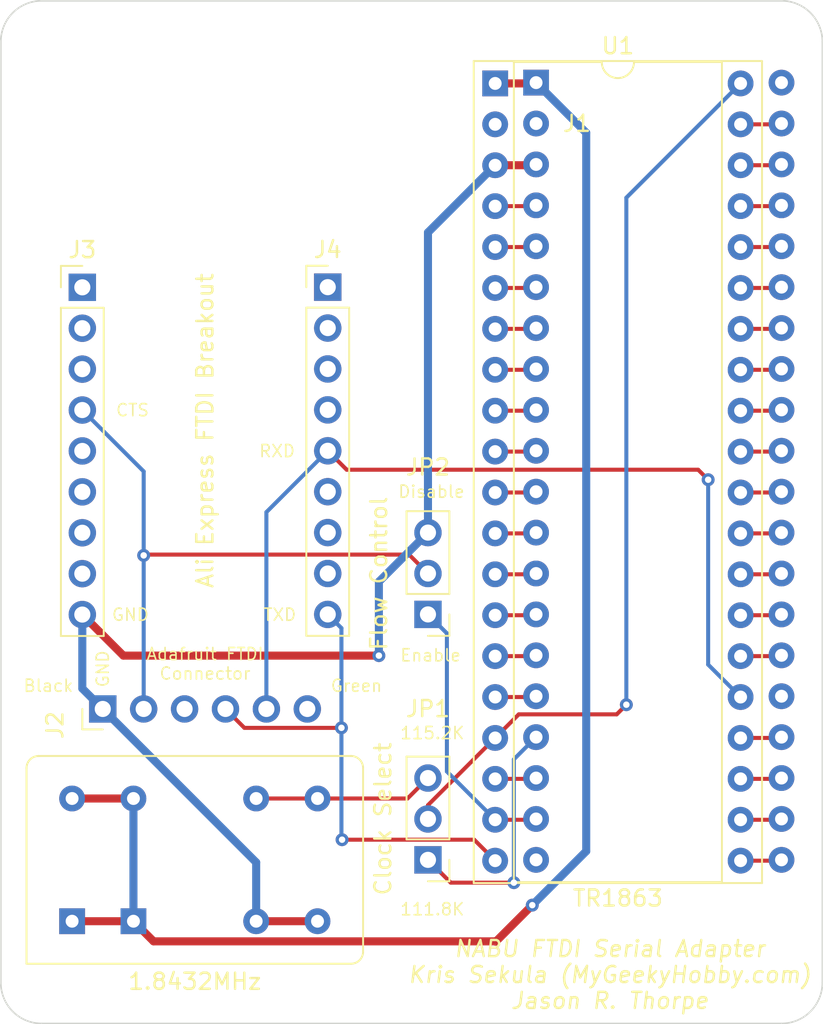
<source format=kicad_pcb>
(kicad_pcb (version 20211014) (generator pcbnew)
  (title_block (title "NABU FTDI Serial Adapter") (date "2023-02-12") (rev "1.0") (company "Jason R. Thorpe, based on work from MyGeekyHobby.com"))
  (layers (0 "F.Cu" signal) (31 "B.Cu" signal) (34 "B.Paste" user) (35 "F.Paste" user) (36 "B.SilkS" user "B.Silkscreen") (37 "F.SilkS" user "F.Silkscreen") (38 "B.Mask" user) (39 "F.Mask" user) (44 "Edge.Cuts" user))
  (net 0 "")
  (net 1 "/VCC")
  (net 3 "/VSS")
  (net 4 "/RRD")
  (net 5 "/RR8")
  (net 6 "/RR7")
  (net 7 "/RR6")
  (net 8 "/RR5")
  (net 9 "/RR4")
  (net 10 "/RR3")
  (net 11 "/RR2")
  (net 12 "/RR1")
  (net 13 "/PE")
  (net 14 "/FE")
  (net 15 "/OE")
  (net 16 "/SFD")
  (net 17 "Net-(J1-Pad17)")
  (net 18 "/~DRR")
  (net 19 "/DR")
  (net 21 "/MR")
  (net 22 "/THRE")
  (net 23 "/~THRL")
  (net 24 "/TRE")
  (net 26 "/TR1")
  (net 27 "/TR2")
  (net 28 "/TR3")
  (net 29 "/TR4")
  (net 30 "/TR5")
  (net 31 "/TR6")
  (net 32 "/TR7")
  (net 33 "/TR8")
  (net 34 "/CRL")
  (net 35 "/PI")
  (net 36 "/SBS")
  (net 37 "/WLS1")
  (net 38 "/WLS2")
  (net 39 "/EPE")
  (net 41 "/~FTDI_CTS")
  (net 43 "/FTDI_TX")
  (net 44 "/FTDI_RX")
  (net 60 "Net-(U1-Pad17)")
  (net 61 "Net-(JP1-Pad3)")
  (footprint "Connector_PinHeader_2.54mm:PinHeader_1x09_P2.54mm_Vertical" (layer "F.Cu") (at 130.048 71.873949)
    (fp_text reference "J3" (at 0 -2.33) (layer "F.SilkS"))
    (fp_text value "Ali Express FTDI breakout left" hide)
    (fp_line (start -1.33 21.65) (end 1.33 21.65) (layer "F.SilkS") (width 0.12))
    (fp_line (start -1.33 -1.33) (end 0 -1.33) (layer "F.SilkS") (width 0.12))
    (fp_line (start -1.33 0) (end -1.33 -1.33) (layer "F.SilkS") (width 0.12))
    (fp_line (start -1.33 1.27) (end -1.33 21.65) (layer "F.SilkS") (width 0.12))
    (fp_line (start -1.33 1.27) (end 1.33 1.27) (layer "F.SilkS") (width 0.12))
    (fp_line (start 1.33 1.27) (end 1.33 21.65) (layer "F.SilkS") (width 0.12))
    (pad "1" thru_hole rect (at 0 0) (size 1.7 1.7) (drill 1) (layers *.Cu *.Mask))
    (pad "2" thru_hole oval (at 0 2.54) (size 1.7 1.7) (drill 1) (layers *.Cu *.Mask))
    (pad "3" thru_hole oval (at 0 5.08) (size 1.7 1.7) (drill 1) (layers *.Cu *.Mask))
    (pad "4" thru_hole oval (at 0 7.62) (size 1.7 1.7) (drill 1) (layers *.Cu *.Mask) (net 41 "/~FTDI_CTS"))
    (pad "5" thru_hole oval (at 0 10.16) (size 1.7 1.7) (drill 1) (layers *.Cu *.Mask))
    (pad "6" thru_hole oval (at 0 12.7) (size 1.7 1.7) (drill 1) (layers *.Cu *.Mask))
    (pad "7" thru_hole oval (at 0 15.24) (size 1.7 1.7) (drill 1) (layers *.Cu *.Mask))
    (pad "8" thru_hole oval (at 0 17.78) (size 1.7 1.7) (drill 1) (layers *.Cu *.Mask))
    (pad "9" thru_hole oval (at 0 20.32) (size 1.7 1.7) (drill 1) (layers *.Cu *.Mask) (net 3 "/VSS"))
  )
  (footprint "Connector_PinHeader_2.54mm:PinHeader_1x03_P2.54mm_Vertical" (layer "F.Cu") (at 151.511 92.183949 180)
    (fp_text reference "JP2" (at 0 9.144) (layer "F.SilkS"))
    (fp_text value "Flow Control" (at 3.048 2.54 90) (layer "F.SilkS"))
    (fp_line (start -1.33 -1.33) (end 0 -1.33) (layer "F.SilkS") (width 0.12))
    (fp_line (start -1.33 1.27) (end -1.33 6.41) (layer "F.SilkS") (width 0.12))
    (fp_line (start -1.33 1.27) (end 1.33 1.27) (layer "F.SilkS") (width 0.12))
    (fp_line (start 1.33 1.27) (end 1.33 6.41) (layer "F.SilkS") (width 0.12))
    (fp_line (start -1.33 6.41) (end 1.33 6.41) (layer "F.SilkS") (width 0.12))
    (fp_line (start -1.33 0) (end -1.33 -1.33) (layer "F.SilkS") (width 0.12))
    (pad "1" thru_hole rect (at 0 0 180) (size 1.7 1.7) (drill 1) (layers *.Cu *.Mask) (net 19 "/DR"))
    (pad "2" thru_hole oval (at 0 2.54 180) (size 1.7 1.7) (drill 1) (layers *.Cu *.Mask) (net 41 "/~FTDI_CTS"))
    (pad "3" thru_hole oval (at 0 5.08 180) (size 1.7 1.7) (drill 1) (layers *.Cu *.Mask) (net 3 "/VSS"))
  )
  (footprint "Package_DIP:DIP-40_W15.24mm_Socket" (layer "F.Cu") (at 155.683949 59.213949)
    (fp_text reference "U1" (at 7.62 -2.33) (layer "F.SilkS"))
    (fp_text value "TR1863" (at 7.62 50.59) (layer "F.SilkS"))
    (fp_line (start 16.57 49.65) (end 16.57 -1.39) (layer "F.SilkS") (width 0.12))
    (fp_line (start -1.33 49.65) (end 16.57 49.65) (layer "F.SilkS") (width 0.12))
    (fp_line (start 16.57 -1.39) (end -1.33 -1.39) (layer "F.SilkS") (width 0.12))
    (fp_line (start 14.08 49.59) (end 14.08 -1.33) (layer "F.SilkS") (width 0.12))
    (fp_line (start 6.62 -1.33) (end 1.16 -1.33) (layer "F.SilkS") (width 0.12))
    (fp_line (start 14.08 -1.33) (end 8.62 -1.33) (layer "F.SilkS") (width 0.12))
    (fp_line (start 1.16 -1.33) (end 1.16 49.59) (layer "F.SilkS") (width 0.12))
    (fp_line (start 1.16 49.59) (end 14.08 49.59) (layer "F.SilkS") (width 0.12))
    (fp_line (start -1.33 -1.39) (end -1.33 49.65) (layer "F.SilkS") (width 0.12))
    (fp_arc (start 8.62 -1.33) (mid 7.62 -0.33) (end 6.62 -1.33) (layer "F.SilkS") (width 0.12))
    (pad "1" thru_hole rect (at 0 0) (size 1.6 1.6) (drill 0.8) (layers *.Cu *.Mask) (net 1 "/VCC"))
    (pad "2" thru_hole oval (at 0 2.54) (size 1.6 1.6) (drill 0.8) (layers *.Cu *.Mask))
    (pad "3" thru_hole oval (at 0 5.08) (size 1.6 1.6) (drill 0.8) (layers *.Cu *.Mask) (net 3 "/VSS"))
    (pad "4" thru_hole oval (at 0 7.62) (size 1.6 1.6) (drill 0.8) (layers *.Cu *.Mask) (net 4 "/RRD"))
    (pad "5" thru_hole oval (at 0 10.16) (size 1.6 1.6) (drill 0.8) (layers *.Cu *.Mask) (net 5 "/RR8"))
    (pad "6" thru_hole oval (at 0 12.7) (size 1.6 1.6) (drill 0.8) (layers *.Cu *.Mask) (net 6 "/RR7"))
    (pad "7" thru_hole oval (at 0 15.24) (size 1.6 1.6) (drill 0.8) (layers *.Cu *.Mask) (net 7 "/RR6"))
    (pad "8" thru_hole oval (at 0 17.78) (size 1.6 1.6) (drill 0.8) (layers *.Cu *.Mask) (net 8 "/RR5"))
    (pad "9" thru_hole oval (at 0 20.32) (size 1.6 1.6) (drill 0.8) (layers *.Cu *.Mask) (net 9 "/RR4"))
    (pad "10" thru_hole oval (at 0 22.86) (size 1.6 1.6) (drill 0.8) (layers *.Cu *.Mask) (net 10 "/RR3"))
    (pad "11" thru_hole oval (at 0 25.4) (size 1.6 1.6) (drill 0.8) (layers *.Cu *.Mask) (net 11 "/RR2"))
    (pad "12" thru_hole oval (at 0 27.94) (size 1.6 1.6) (drill 0.8) (layers *.Cu *.Mask) (net 12 "/RR1"))
    (pad "13" thru_hole oval (at 0 30.48) (size 1.6 1.6) (drill 0.8) (layers *.Cu *.Mask) (net 13 "/PE"))
    (pad "14" thru_hole oval (at 0 33.02) (size 1.6 1.6) (drill 0.8) (layers *.Cu *.Mask) (net 14 "/FE"))
    (pad "15" thru_hole oval (at 0 35.56) (size 1.6 1.6) (drill 0.8) (layers *.Cu *.Mask) (net 15 "/OE"))
    (pad "16" thru_hole oval (at 0 38.1) (size 1.6 1.6) (drill 0.8) (layers *.Cu *.Mask) (net 16 "/SFD"))
    (pad "17" thru_hole oval (at 0 40.64) (size 1.6 1.6) (drill 0.8) (layers *.Cu *.Mask) (net 60 "Net-(U1-Pad17)"))
    (pad "18" thru_hole oval (at 0 43.18) (size 1.6 1.6) (drill 0.8) (layers *.Cu *.Mask) (net 18 "/~DRR"))
    (pad "19" thru_hole oval (at 0 45.72) (size 1.6 1.6) (drill 0.8) (layers *.Cu *.Mask) (net 19 "/DR"))
    (pad "20" thru_hole oval (at 0 48.26) (size 1.6 1.6) (drill 0.8) (layers *.Cu *.Mask) (net 43 "/FTDI_TX"))
    (pad "21" thru_hole oval (at 15.24 48.26) (size 1.6 1.6) (drill 0.8) (layers *.Cu *.Mask) (net 21 "/MR"))
    (pad "22" thru_hole oval (at 15.24 45.72) (size 1.6 1.6) (drill 0.8) (layers *.Cu *.Mask) (net 22 "/THRE"))
    (pad "23" thru_hole oval (at 15.24 43.18) (size 1.6 1.6) (drill 0.8) (layers *.Cu *.Mask) (net 23 "/~THRL"))
    (pad "24" thru_hole oval (at 15.24 40.64) (size 1.6 1.6) (drill 0.8) (layers *.Cu *.Mask) (net 24 "/TRE"))
    (pad "25" thru_hole oval (at 15.24 38.1) (size 1.6 1.6) (drill 0.8) (layers *.Cu *.Mask) (net 44 "/FTDI_RX"))
    (pad "26" thru_hole oval (at 15.24 35.56) (size 1.6 1.6) (drill 0.8) (layers *.Cu *.Mask) (net 26 "/TR1"))
    (pad "27" thru_hole oval (at 15.24 33.02) (size 1.6 1.6) (drill 0.8) (layers *.Cu *.Mask) (net 27 "/TR2"))
    (pad "28" thru_hole oval (at 15.24 30.48) (size 1.6 1.6) (drill 0.8) (layers *.Cu *.Mask) (net 28 "/TR3"))
    (pad "29" thru_hole oval (at 15.24 27.94) (size 1.6 1.6) (drill 0.8) (layers *.Cu *.Mask) (net 29 "/TR4"))
    (pad "30" thru_hole oval (at 15.24 25.4) (size 1.6 1.6) (drill 0.8) (layers *.Cu *.Mask) (net 30 "/TR5"))
    (pad "31" thru_hole oval (at 15.24 22.86) (size 1.6 1.6) (drill 0.8) (layers *.Cu *.Mask) (net 31 "/TR6"))
    (pad "32" thru_hole oval (at 15.24 20.32) (size 1.6 1.6) (drill 0.8) (layers *.Cu *.Mask) (net 32 "/TR7"))
    (pad "33" thru_hole oval (at 15.24 17.78) (size 1.6 1.6) (drill 0.8) (layers *.Cu *.Mask) (net 33 "/TR8"))
    (pad "34" thru_hole oval (at 15.24 15.24) (size 1.6 1.6) (drill 0.8) (layers *.Cu *.Mask) (net 34 "/CRL"))
    (pad "35" thru_hole oval (at 15.24 12.7) (size 1.6 1.6) (drill 0.8) (layers *.Cu *.Mask) (net 35 "/PI"))
    (pad "36" thru_hole oval (at 15.24 10.16) (size 1.6 1.6) (drill 0.8) (layers *.Cu *.Mask) (net 36 "/SBS"))
    (pad "37" thru_hole oval (at 15.24 7.62) (size 1.6 1.6) (drill 0.8) (layers *.Cu *.Mask) (net 37 "/WLS1"))
    (pad "38" thru_hole oval (at 15.24 5.08) (size 1.6 1.6) (drill 0.8) (layers *.Cu *.Mask) (net 38 "/WLS2"))
    (pad "39" thru_hole oval (at 15.24 2.54) (size 1.6 1.6) (drill 0.8) (layers *.Cu *.Mask) (net 39 "/EPE"))
    (pad "40" thru_hole oval (at 15.24 0) (size 1.6 1.6) (drill 0.8) (layers *.Cu *.Mask) (net 60 "Net-(U1-Pad17)"))
  )
  (footprint "Connector_PinHeader_2.54mm:PinHeader_1x03_P2.54mm_Vertical" (layer "F.Cu") (at 151.511 107.423949 180)
    (fp_text reference "JP1" (at 0 9.379949) (layer "F.SilkS"))
    (fp_text value "Clock Select" (at 2.794 2.54 90) (layer "F.SilkS"))
    (fp_line (start -1.33 1.27) (end -1.33 6.41) (layer "F.SilkS") (width 0.12))
    (fp_line (start -1.33 0) (end -1.33 -1.33) (layer "F.SilkS") (width 0.12))
    (fp_line (start -1.33 6.41) (end 1.33 6.41) (layer "F.SilkS") (width 0.12))
    (fp_line (start -1.33 -1.33) (end 0 -1.33) (layer "F.SilkS") (width 0.12))
    (fp_line (start 1.33 1.27) (end 1.33 6.41) (layer "F.SilkS") (width 0.12))
    (fp_line (start -1.33 1.27) (end 1.33 1.27) (layer "F.SilkS") (width 0.12))
    (pad "1" thru_hole rect (at 0 0 180) (size 1.7 1.7) (drill 1) (layers *.Cu *.Mask) (net 17 "Net-(J1-Pad17)"))
    (pad "2" thru_hole oval (at 0 2.54 180) (size 1.7 1.7) (drill 1) (layers *.Cu *.Mask) (net 60 "Net-(U1-Pad17)"))
    (pad "3" thru_hole oval (at 0 5.08 180) (size 1.7 1.7) (drill 1) (layers *.Cu *.Mask) (net 61 "Net-(JP1-Pad3)"))
  )
  (footprint "Package_DIP:DIP-40_W15.24mm" (layer "F.Cu") (at 158.223949 59.163949)
    (fp_text reference "J1" (at 2.54 2.54) (layer "F.SilkS"))
    (fp_text value "TR1863" hide)
    (pad "1" thru_hole rect (at 0 0) (size 1.6 1.6) (drill 0.8) (layers *.Cu *.Mask) (net 1 "/VCC"))
    (pad "2" thru_hole oval (at 0 2.54) (size 1.6 1.6) (drill 0.8) (layers *.Cu *.Mask))
    (pad "3" thru_hole oval (at 0 5.08) (size 1.6 1.6) (drill 0.8) (layers *.Cu *.Mask) (net 3 "/VSS"))
    (pad "4" thru_hole oval (at 0 7.62) (size 1.6 1.6) (drill 0.8) (layers *.Cu *.Mask) (net 4 "/RRD"))
    (pad "5" thru_hole oval (at 0 10.16) (size 1.6 1.6) (drill 0.8) (layers *.Cu *.Mask) (net 5 "/RR8"))
    (pad "6" thru_hole oval (at 0 12.7) (size 1.6 1.6) (drill 0.8) (layers *.Cu *.Mask) (net 6 "/RR7"))
    (pad "7" thru_hole oval (at 0 15.24) (size 1.6 1.6) (drill 0.8) (layers *.Cu *.Mask) (net 7 "/RR6"))
    (pad "8" thru_hole oval (at 0 17.78) (size 1.6 1.6) (drill 0.8) (layers *.Cu *.Mask) (net 8 "/RR5"))
    (pad "9" thru_hole oval (at 0 20.32) (size 1.6 1.6) (drill 0.8) (layers *.Cu *.Mask) (net 9 "/RR4"))
    (pad "10" thru_hole oval (at 0 22.86) (size 1.6 1.6) (drill 0.8) (layers *.Cu *.Mask) (net 10 "/RR3"))
    (pad "11" thru_hole oval (at 0 25.4) (size 1.6 1.6) (drill 0.8) (layers *.Cu *.Mask) (net 11 "/RR2"))
    (pad "12" thru_hole oval (at 0 27.94) (size 1.6 1.6) (drill 0.8) (layers *.Cu *.Mask) (net 12 "/RR1"))
    (pad "13" thru_hole oval (at 0 30.48) (size 1.6 1.6) (drill 0.8) (layers *.Cu *.Mask) (net 13 "/PE"))
    (pad "14" thru_hole oval (at 0 33.02) (size 1.6 1.6) (drill 0.8) (layers *.Cu *.Mask) (net 14 "/FE"))
    (pad "15" thru_hole oval (at 0 35.56) (size 1.6 1.6) (drill 0.8) (layers *.Cu *.Mask) (net 15 "/OE"))
    (pad "16" thru_hole oval (at 0 38.1) (size 1.6 1.6) (drill 0.8) (layers *.Cu *.Mask) (net 16 "/SFD"))
    (pad "17" thru_hole oval (at 0 40.64) (size 1.6 1.6) (drill 0.8) (layers *.Cu *.Mask) (net 17 "Net-(J1-Pad17)"))
    (pad "18" thru_hole oval (at 0 43.18) (size 1.6 1.6) (drill 0.8) (layers *.Cu *.Mask) (net 18 "/~DRR"))
    (pad "19" thru_hole oval (at 0 45.72) (size 1.6 1.6) (drill 0.8) (layers *.Cu *.Mask) (net 19 "/DR"))
    (pad "20" thru_hole oval (at 0 48.26) (size 1.6 1.6) (drill 0.8) (layers *.Cu *.Mask))
    (pad "21" thru_hole oval (at 15.24 48.26) (size 1.6 1.6) (drill 0.8) (layers *.Cu *.Mask) (net 21 "/MR"))
    (pad "22" thru_hole oval (at 15.24 45.72) (size 1.6 1.6) (drill 0.8) (layers *.Cu *.Mask) (net 22 "/THRE"))
    (pad "23" thru_hole oval (at 15.24 43.18) (size 1.6 1.6) (drill 0.8) (layers *.Cu *.Mask) (net 23 "/~THRL"))
    (pad "24" thru_hole oval (at 15.24 40.64) (size 1.6 1.6) (drill 0.8) (layers *.Cu *.Mask) (net 24 "/TRE"))
    (pad "25" thru_hole oval (at 15.24 38.1) (size 1.6 1.6) (drill 0.8) (layers *.Cu *.Mask))
    (pad "26" thru_hole oval (at 15.24 35.56) (size 1.6 1.6) (drill 0.8) (layers *.Cu *.Mask) (net 26 "/TR1"))
    (pad "27" thru_hole oval (at 15.24 33.02) (size 1.6 1.6) (drill 0.8) (layers *.Cu *.Mask) (net 27 "/TR2"))
    (pad "28" thru_hole oval (at 15.24 30.48) (size 1.6 1.6) (drill 0.8) (layers *.Cu *.Mask) (net 28 "/TR3"))
    (pad "29" thru_hole oval (at 15.24 27.94) (size 1.6 1.6) (drill 0.8) (layers *.Cu *.Mask) (net 29 "/TR4"))
    (pad "30" thru_hole oval (at 15.24 25.4) (size 1.6 1.6) (drill 0.8) (layers *.Cu *.Mask) (net 30 "/TR5"))
    (pad "31" thru_hole oval (at 15.24 22.86) (size 1.6 1.6) (drill 0.8) (layers *.Cu *.Mask) (net 31 "/TR6"))
    (pad "32" thru_hole oval (at 15.24 20.32) (size 1.6 1.6) (drill 0.8) (layers *.Cu *.Mask) (net 32 "/TR7"))
    (pad "33" thru_hole oval (at 15.24 17.78) (size 1.6 1.6) (drill 0.8) (layers *.Cu *.Mask) (net 33 "/TR8"))
    (pad "34" thru_hole oval (at 15.24 15.24) (size 1.6 1.6) (drill 0.8) (layers *.Cu *.Mask) (net 34 "/CRL"))
    (pad "35" thru_hole oval (at 15.24 12.7) (size 1.6 1.6) (drill 0.8) (layers *.Cu *.Mask) (net 35 "/PI"))
    (pad "36" thru_hole oval (at 15.24 10.16) (size 1.6 1.6) (drill 0.8) (layers *.Cu *.Mask) (net 36 "/SBS"))
    (pad "37" thru_hole oval (at 15.24 7.62) (size 1.6 1.6) (drill 0.8) (layers *.Cu *.Mask) (net 37 "/WLS1"))
    (pad "38" thru_hole oval (at 15.24 5.08) (size 1.6 1.6) (drill 0.8) (layers *.Cu *.Mask) (net 38 "/WLS2"))
    (pad "39" thru_hole oval (at 15.24 2.54) (size 1.6 1.6) (drill 0.8) (layers *.Cu *.Mask) (net 39 "/EPE"))
    (pad "40" thru_hole oval (at 15.24 0) (size 1.6 1.6) (drill 0.8) (layers *.Cu *.Mask))
  )
  (footprint "Connector_PinHeader_2.54mm:PinHeader_1x06_P2.54mm_Horizontal" (layer "F.Cu") (at 131.318 98.053949 90)
    (fp_text reference "J2" (at -1.006051 -2.963949 90) (layer "F.SilkS"))
    (fp_text value "Adafruit FTDI connector" hide)
    (fp_line (start -1.27 0) (end -1.27 -1.27) (layer "F.SilkS") (width 0.12))
    (fp_line (start -1.27 -1.27) (end 0 -1.27) (layer "F.SilkS") (width 0.12))
    (pad "1" thru_hole rect (at 0 0 90) (size 1.7 1.7) (drill 1) (layers *.Cu *.Mask) (net 3 "/VSS"))
    (pad "2" thru_hole oval (at 0 2.54 90) (size 1.7 1.7) (drill 1) (layers *.Cu *.Mask) (net 41 "/~FTDI_CTS"))
    (pad "3" thru_hole oval (at 0 5.08 90) (size 1.7 1.7) (drill 1) (layers *.Cu *.Mask))
    (pad "4" thru_hole oval (at 0 7.62 90) (size 1.7 1.7) (drill 1) (layers *.Cu *.Mask) (net 43 "/FTDI_TX"))
    (pad "5" thru_hole oval (at 0 10.16 90) (size 1.7 1.7) (drill 1) (layers *.Cu *.Mask) (net 44 "/FTDI_RX"))
    (pad "6" thru_hole oval (at 0 12.7 90) (size 1.7 1.7) (drill 1) (layers *.Cu *.Mask))
  )
  (footprint "Oscillator:Oscillator_DIP-8" (layer "F.Cu") (at 133.223 111.233949)
    (fp_text reference "X1" hide)
    (fp_text value "1.8432MHz" (at 3.81 3.74) (layer "F.SilkS"))
    (pad "1" thru_hole rect (at 0 0) (size 1.6 1.6) (drill 0.8) (layers *.Cu *.Mask) (net 1 "/VCC"))
    (pad "4" thru_hole circle (at 7.62 0) (size 1.6 1.6) (drill 0.8) (layers *.Cu *.Mask) (net 3 "/VSS"))
    (pad "5" thru_hole circle (at 7.62 -7.62) (size 1.6 1.6) (drill 0.8) (layers *.Cu *.Mask) (net 61 "Net-(JP1-Pad3)"))
    (pad "8" thru_hole circle (at 0 -7.62) (size 1.6 1.6) (drill 0.8) (layers *.Cu *.Mask) (net 1 "/VCC"))
  )
  (footprint "Oscillator:Oscillator_DIP-14" (layer "F.Cu") (at 129.413 111.233949)
    (fp_text reference "X2" hide)
    (fp_text value "1.8432MHz" hide)
    (fp_line (start 18.07 1.89) (end 18.07 -9.51) (layer "F.SilkS") (width 0.12))
    (fp_line (start -2.83 -9.51) (end -2.83 2.64) (layer "F.SilkS") (width 0.12))
    (fp_line (start 17.32 -10.26) (end -2.08 -10.26) (layer "F.SilkS") (width 0.12))
    (fp_line (start -2.83 2.64) (end 17.32 2.64) (layer "F.SilkS") (width 0.12))
    (fp_arc (start -2.83 -9.51) (mid -2.61033 -10.04033) (end -2.08 -10.26) (layer "F.SilkS") (width 0.12))
    (fp_arc (start 18.07 1.89) (mid 17.85033 2.42033) (end 17.32 2.64) (layer "F.SilkS") (width 0.12))
    (fp_arc (start 17.32 -10.26) (mid 17.85033 -10.04033) (end 18.07 -9.51) (layer "F.SilkS") (width 0.12))
    (pad "1" thru_hole rect (at 0 0) (size 1.6 1.6) (drill 0.8) (layers *.Cu *.Mask) (net 1 "/VCC"))
    (pad "7" thru_hole circle (at 15.24 0) (size 1.6 1.6) (drill 0.8) (layers *.Cu *.Mask) (net 3 "/VSS"))
    (pad "8" thru_hole circle (at 15.24 -7.62) (size 1.6 1.6) (drill 0.8) (layers *.Cu *.Mask) (net 61 "Net-(JP1-Pad3)"))
    (pad "14" thru_hole circle (at 0 -7.62) (size 1.6 1.6) (drill 0.8) (layers *.Cu *.Mask) (net 1 "/VCC"))
  )
  (footprint "Connector_PinHeader_2.54mm:PinHeader_1x09_P2.54mm_Vertical" (layer "F.Cu") (at 145.288 71.863949)
    (fp_text reference "J4" (at 0 -2.33) (layer "F.SilkS"))
    (fp_text value "Ali Express FTDI breakout right" hide)
    (fp_line (start -1.33 21.65) (end 1.33 21.65) (layer "F.SilkS") (width 0.12))
    (fp_line (start -1.33 1.27) (end 1.33 1.27) (layer "F.SilkS") (width 0.12))
    (fp_line (start 1.33 1.27) (end 1.33 21.65) (layer "F.SilkS") (width 0.12))
    (fp_line (start -1.33 -1.33) (end 0 -1.33) (layer "F.SilkS") (width 0.12))
    (fp_line (start -1.33 0) (end -1.33 -1.33) (layer "F.SilkS") (width 0.12))
    (fp_line (start -1.33 1.27) (end -1.33 21.65) (layer "F.SilkS") (width 0.12))
    (pad "1" thru_hole rect (at 0 0) (size 1.7 1.7) (drill 1) (layers *.Cu *.Mask))
    (pad "2" thru_hole oval (at 0 2.54) (size 1.7 1.7) (drill 1) (layers *.Cu *.Mask))
    (pad "3" thru_hole oval (at 0 5.08) (size 1.7 1.7) (drill 1) (layers *.Cu *.Mask))
    (pad "4" thru_hole oval (at 0 7.62) (size 1.7 1.7) (drill 1) (layers *.Cu *.Mask))
    (pad "5" thru_hole oval (at 0 10.16) (size 1.7 1.7) (drill 1) (layers *.Cu *.Mask) (net 44 "/FTDI_RX"))
    (pad "6" thru_hole oval (at 0 12.7) (size 1.7 1.7) (drill 1) (layers *.Cu *.Mask))
    (pad "7" thru_hole oval (at 0 15.24) (size 1.7 1.7) (drill 1) (layers *.Cu *.Mask))
    (pad "8" thru_hole oval (at 0 17.78) (size 1.7 1.7) (drill 1) (layers *.Cu *.Mask))
    (pad "9" thru_hole oval (at 0 20.32) (size 1.7 1.7) (drill 1) (layers *.Cu *.Mask) (net 43 "/FTDI_TX"))
  )
  (gr_arc (start 127.526051 117.583949) (mid 125.729951 116.840021) (end 124.986051 115.043949) (layer "Edge.Cuts") (width 0.1))
  (gr_line (start 127.526051 54.083949) (end 173.463949 54.083949) (layer "Edge.Cuts") (width 0.1))
  (gr_arc (start 176.003949 115.043949) (mid 175.26 116.84) (end 173.463949 117.583949) (layer "Edge.Cuts") (width 0.1))
  (gr_line (start 173.463949 117.583949) (end 127.526051 117.583949) (layer "Edge.Cuts") (width 0.1))
  (gr_arc (start 124.986051 56.623949) (mid 125.729985 54.827883) (end 127.526051 54.083949) (layer "Edge.Cuts") (width 0.1))
  (gr_line (start 124.986051 115.043949) (end 124.986051 56.623949) (layer "Edge.Cuts") (width 0.1))
  (gr_arc (start 173.463949 54.083949) (mid 175.26 54.827898) (end 176.003949 56.623949) (layer "Edge.Cuts") (width 0.1))
  (gr_line (start 176.003949 56.623949) (end 176.003949 115.043949) (layer "Edge.Cuts") (width 0.1))
  (gr_text "Disable" (at 149.606 84.563949) (layer "F.SilkS") (effects (font (size 0.75 0.75) (thickness 0.1)) (justify left)))
  (gr_text "115.2K" (at 149.733 99.549949) (layer "F.SilkS") (effects (font (size 0.75 0.75) (thickness 0.1)) (justify left)))
  (gr_text "TXD" (at 141.224 92.202) (layer "F.SilkS") (effects (font (size 0.75 0.75) (thickness 0.1)) (justify left)))
  (gr_text "CTS" (at 132.08 79.502) (layer "F.SilkS") (effects (font (size 0.75 0.75) (thickness 0.1)) (justify left)))
  (gr_text "Adafruit FTDI\nConnector" (at 137.668 95.25) (layer "F.SilkS") (effects (font (size 0.75 0.75) (thickness 0.1))))
  (gr_text "Ali Express FTDI Breakout" (at 137.668 80.772 90) (layer "F.SilkS") (effects (font (size 1 1))))
  (gr_text "Black" (at 129.54 96.613949) (layer "F.SilkS") (effects (font (size 0.75 0.75) (thickness 0.1)) (justify right)))
  (gr_text "RXD" (at 140.97 82.042) (layer "F.SilkS") (effects (font (size 0.75 0.75) (thickness 0.1)) (justify left)))
  (gr_text "Green" (at 145.415 96.613949) (layer "F.SilkS") (effects (font (size 0.75 0.75) (thickness 0.1)) (justify left)))
  (gr_text "NABU FTDI Serial Adapter\nKris Sekula (MyGeekyHobby.com)\nJason R. Thorpe" (at 162.814 114.554) (layer "F.SilkS") (effects (font (size 1 1) (thickness 0.15) italic)))
  (gr_text "Enable" (at 149.733 94.723949) (layer "F.SilkS") (effects (font (size 0.75 0.75) (thickness 0.1)) (justify left)))
  (gr_text "GND" (at 131.318 96.774 90) (layer "F.SilkS") (effects (font (size 0.75 0.75) (thickness 0.1)) (justify left)))
  (gr_text "GND" (at 131.826 92.202) (layer "F.SilkS") (effects (font (size 0.75 0.75) (thickness 0.1)) (justify left)))
  (gr_text "111.8K" (at 149.733 110.49) (layer "F.SilkS") (effects (font (size 0.75 0.75) (thickness 0.1)) (justify left)))
  (segment (start 133.223 111.233949) (end 134.473 112.483949) (width 0.5) (layer "F.Cu") (net 1))
  (segment (start 155.720051 112.503949) (end 157.988 110.236) (width 0.5) (layer "F.Cu") (net 1))
  (segment (start 129.413 111.233949) (end 133.223 111.233949) (width 0.5) (layer "F.Cu") (net 1))
  (segment (start 134.473 112.483949) (end 155.700051 112.483949) (width 0.5) (layer "F.Cu") (net 1))
  (segment (start 155.700051 112.483949) (end 155.720051 112.503949) (width 0.5) (layer "F.Cu") (net 1))
  (segment (start 158.173949 59.213949) (end 158.223949 59.163949) (width 0.5) (layer "F.Cu") (net 1))
  (segment (start 129.413 103.613949) (end 133.223 103.613949) (width 0.5) (layer "F.Cu") (net 1))
  (segment (start 155.683949 59.213949) (end 158.173949 59.213949) (width 0.5) (layer "F.Cu") (net 1))
  (via (at 157.988 110.236) (size 0.8) (drill 0.4) (layers "F.Cu" "B.Cu") (net 1))
  (segment (start 161.33845 62.27845) (end 161.33845 106.88555) (width 0.5) (layer "B.Cu") (net 1))
  (segment (start 133.223 103.613949) (end 133.223 111.233949) (width 0.5) (layer "B.Cu") (net 1))
  (segment (start 161.33845 106.88555) (end 157.988 110.236) (width 0.5) (layer "B.Cu") (net 1))
  (segment (start 158.223949 59.163949) (end 161.33845 62.27845) (width 0.5) (layer "B.Cu") (net 1))
  (segment (start 132.596051 94.742) (end 148.463 94.742) (width 0.5) (layer "F.Cu") (net 3))
  (segment (start 140.843 111.233949) (end 144.653 111.233949) (width 0.5) (layer "F.Cu") (net 3))
  (segment (start 155.683949 64.293949) (end 158.173949 64.293949) (width 0.5) (layer "F.Cu") (net 3))
  (segment (start 130.048 92.193949) (end 132.596051 94.742) (width 0.5) (layer "F.Cu") (net 3))
  (segment (start 158.173949 64.293949) (end 158.223949 64.243949) (width 0.5) (layer "F.Cu") (net 3))
  (via (at 148.463 94.742) (size 0.8) (drill 0.4) (layers "F.Cu" "B.Cu") (net 3))
  (segment (start 140.843 107.578949) (end 140.843 111.233949) (width 0.5) (layer "B.Cu") (net 3))
  (segment (start 148.463 90.151949) (end 151.511 87.103949) (width 0.5) (layer "B.Cu") (net 3))
  (segment (start 130.048 92.193949) (end 130.048 96.783949) (width 0.5) (layer "B.Cu") (net 3))
  (segment (start 151.511 87.103949) (end 151.511 68.466898) (width 0.5) (layer "B.Cu") (net 3))
  (segment (start 151.511 68.466898) (end 155.683949 64.293949) (width 0.5) (layer "B.Cu") (net 3))
  (segment (start 131.318 98.053949) (end 140.843 107.578949) (width 0.5) (layer "B.Cu") (net 3))
  (segment (start 148.463 94.742) (end 148.463 90.151949) (width 0.5) (layer "B.Cu") (net 3))
  (segment (start 130.048 96.783949) (end 131.318 98.053949) (width 0.5) (layer "B.Cu") (net 3))
  (segment (start 155.683949 66.833949) (end 158.173949 66.833949) (width 0.25) (layer "F.Cu") (net 4))
  (segment (start 158.173949 66.833949) (end 158.223949 66.783949) (width 0.25) (layer "F.Cu") (net 4))
  (segment (start 158.173949 69.373949) (end 158.223949 69.323949) (width 0.25) (layer "F.Cu") (net 5))
  (segment (start 155.683949 69.373949) (end 158.173949 69.373949) (width 0.25) (layer "F.Cu") (net 5))
  (segment (start 155.683949 71.913949) (end 158.173949 71.913949) (width 0.25) (layer "F.Cu") (net 6))
  (segment (start 158.173949 71.913949) (end 158.223949 71.863949) (width 0.25) (layer "F.Cu") (net 6))
  (segment (start 155.683949 74.453949) (end 158.173949 74.453949) (width 0.25) (layer "F.Cu") (net 7))
  (segment (start 158.173949 74.453949) (end 158.223949 74.403949) (width 0.25) (layer "F.Cu") (net 7))
  (segment (start 158.173949 76.993949) (end 158.223949 76.943949) (width 0.25) (layer "F.Cu") (net 8))
  (segment (start 155.683949 76.993949) (end 158.173949 76.993949) (width 0.25) (layer "F.Cu") (net 8))
  (segment (start 158.173949 79.533949) (end 158.223949 79.483949) (width 0.25) (layer "F.Cu") (net 9))
  (segment (start 155.683949 79.533949) (end 158.173949 79.533949) (width 0.25) (layer "F.Cu") (net 9))
  (segment (start 155.683949 82.073949) (end 158.173949 82.073949) (width 0.25) (layer "F.Cu") (net 10))
  (segment (start 158.173949 82.073949) (end 158.223949 82.023949) (width 0.25) (layer "F.Cu") (net 10))
  (segment (start 155.683949 84.613949) (end 158.173949 84.613949) (width 0.25) (layer "F.Cu") (net 11))
  (segment (start 158.173949 84.613949) (end 158.223949 84.563949) (width 0.25) (layer "F.Cu") (net 11))
  (segment (start 158.173949 87.153949) (end 158.223949 87.103949) (width 0.25) (layer "F.Cu") (net 12))
  (segment (start 155.683949 87.153949) (end 158.173949 87.153949) (width 0.25) (layer "F.Cu") (net 12))
  (segment (start 158.173949 89.693949) (end 158.223949 89.643949) (width 0.25) (layer "F.Cu") (net 13))
  (segment (start 155.683949 89.693949) (end 158.173949 89.693949) (width 0.25) (layer "F.Cu") (net 13))
  (segment (start 155.683949 92.233949) (end 158.173949 92.233949) (width 0.25) (layer "F.Cu") (net 14))
  (segment (start 158.173949 92.233949) (end 158.223949 92.183949) (width 0.25) (layer "F.Cu") (net 14))
  (segment (start 158.173949 94.773949) (end 158.223949 94.723949) (width 0.25) (layer "F.Cu") (net 15))
  (segment (start 155.683949 94.773949) (end 158.173949 94.773949) (width 0.25) (layer "F.Cu") (net 15))
  (segment (start 155.683949 97.313949) (end 158.173949 97.313949) (width 0.25) (layer "F.Cu") (net 16))
  (segment (start 158.173949 97.313949) (end 158.223949 97.263949) (width 0.25) (layer "F.Cu") (net 16))
  (segment (start 152.926051 108.839) (end 151.511 107.423949) (width 0.25) (layer "F.Cu") (net 17))
  (segment (start 156.845 108.839) (end 152.926051 108.839) (width 0.25) (layer "F.Cu") (net 17))
  (via (at 156.845 108.839) (size 0.8) (drill 0.4) (layers "F.Cu" "B.Cu") (net 17))
  (segment (start 156.845 101.182898) (end 156.845 108.839) (width 0.25) (layer "B.Cu") (net 17))
  (segment (start 158.223949 99.803949) (end 156.845 101.182898) (width 0.25) (layer "B.Cu") (net 17))
  (segment (start 155.683949 102.393949) (end 158.173949 102.393949) (width 0.25) (layer "F.Cu") (net 18))
  (segment (start 158.173949 102.393949) (end 158.223949 102.343949) (width 0.25) (layer "F.Cu") (net 18))
  (segment (start 158.173949 104.933949) (end 158.223949 104.883949) (width 0.25) (layer "F.Cu") (net 19))
  (segment (start 155.683949 104.933949) (end 158.173949 104.933949) (width 0.25) (layer "F.Cu") (net 19))
  (segment (start 151.511 92.183949) (end 152.686 93.358949) (width 0.25) (layer "B.Cu") (net 19))
  (segment (start 152.686 101.936) (end 155.683949 104.933949) (width 0.25) (layer "B.Cu") (net 19))
  (segment (start 152.686 93.358949) (end 152.686 101.936) (width 0.25) (layer "B.Cu") (net 19))
  (segment (start 173.413949 107.473949) (end 173.463949 107.423949) (width 0.25) (layer "F.Cu") (net 21))
  (segment (start 170.923949 107.473949) (end 173.413949 107.473949) (width 0.25) (layer "F.Cu") (net 21))
  (segment (start 173.413949 104.933949) (end 173.463949 104.883949) (width 0.25) (layer "F.Cu") (net 22))
  (segment (start 170.923949 104.933949) (end 173.413949 104.933949) (width 0.25) (layer "F.Cu") (net 22))
  (segment (start 170.923949 102.393949) (end 173.413949 102.393949) (width 0.25) (layer "F.Cu") (net 23))
  (segment (start 173.413949 102.393949) (end 173.463949 102.343949) (width 0.25) (layer "F.Cu") (net 23))
  (segment (start 170.923949 99.853949) (end 173.413949 99.853949) (width 0.25) (layer "F.Cu") (net 24))
  (segment (start 173.413949 99.853949) (end 173.463949 99.803949) (width 0.25) (layer "F.Cu") (net 24))
  (segment (start 170.923949 94.773949) (end 173.413949 94.773949) (width 0.25) (layer "F.Cu") (net 26))
  (segment (start 173.413949 94.773949) (end 173.463949 94.723949) (width 0.25) (layer "F.Cu") (net 26))
  (segment (start 170.923949 92.233949) (end 173.413949 92.233949) (width 0.25) (layer "F.Cu") (net 27))
  (segment (start 173.413949 92.233949) (end 173.463949 92.183949) (width 0.25) (layer "F.Cu") (net 27))
  (segment (start 173.413949 89.693949) (end 173.463949 89.643949) (width 0.25) (layer "F.Cu") (net 28))
  (segment (start 170.923949 89.693949) (end 173.413949 89.693949) (width 0.25) (layer "F.Cu") (net 28))
  (segment (start 170.923949 87.153949) (end 173.413949 87.153949) (width 0.25) (layer "F.Cu") (net 29))
  (segment (start 173.413949 87.153949) (end 173.463949 87.103949) (width 0.25) (layer "F.Cu") (net 29))
  (segment (start 173.413949 84.613949) (end 173.463949 84.563949) (width 0.25) (layer "F.Cu") (net 30))
  (segment (start 170.923949 84.613949) (end 173.413949 84.613949) (width 0.25) (layer "F.Cu") (net 30))
  (segment (start 170.923949 82.073949) (end 173.413949 82.073949) (width 0.25) (layer "F.Cu") (net 31))
  (segment (start 173.413949 82.073949) (end 173.463949 82.023949) (width 0.25) (layer "F.Cu") (net 31))
  (segment (start 173.413949 79.533949) (end 173.463949 79.483949) (width 0.25) (layer "F.Cu") (net 32))
  (segment (start 170.923949 79.533949) (end 173.413949 79.533949) (width 0.25) (layer "F.Cu") (net 32))
  (segment (start 173.413949 76.993949) (end 173.463949 76.943949) (width 0.25) (layer "F.Cu") (net 33))
  (segment (start 170.923949 76.993949) (end 173.413949 76.993949) (width 0.25) (layer "F.Cu") (net 33))
  (segment (start 170.923949 74.453949) (end 173.413949 74.453949) (width 0.25) (layer "F.Cu") (net 34))
  (segment (start 173.413949 74.453949) (end 173.463949 74.403949) (width 0.25) (layer "F.Cu") (net 34))
  (segment (start 170.923949 71.913949) (end 173.413949 71.913949) (width 0.25) (layer "F.Cu") (net 35))
  (segment (start 173.413949 71.913949) (end 173.463949 71.863949) (width 0.25) (layer "F.Cu") (net 35))
  (segment (start 170.923949 69.373949) (end 173.413949 69.373949) (width 0.25) (layer "F.Cu") (net 36))
  (segment (start 173.413949 69.373949) (end 173.463949 69.323949) (width 0.25) (layer "F.Cu") (net 36))
  (segment (start 173.413949 66.833949) (end 173.463949 66.783949) (width 0.25) (layer "F.Cu") (net 37))
  (segment (start 170.923949 66.833949) (end 173.413949 66.833949) (width 0.25) (layer "F.Cu") (net 37))
  (segment (start 170.923949 64.293949) (end 173.413949 64.293949) (width 0.25) (layer "F.Cu") (net 38))
  (segment (start 173.413949 64.293949) (end 173.463949 64.243949) (width 0.25) (layer "F.Cu") (net 38))
  (segment (start 173.413949 61.753949) (end 173.463949 61.703949) (width 0.25) (layer "F.Cu") (net 39))
  (segment (start 170.923949 61.753949) (end 173.413949 61.753949) (width 0.25) (layer "F.Cu") (net 39))
  (segment (start 150.336 88.468949) (end 133.908051 88.468949) (width 0.25) (layer "F.Cu") (net 41))
  (segment (start 133.908051 88.468949) (end 133.858 88.519) (width 0.25) (layer "F.Cu") (net 41))
  (segment (start 151.511 89.643949) (end 150.336 88.468949) (width 0.25) (layer "F.Cu") (net 41))
  (via (at 133.858 88.519) (size 0.8) (drill 0.4) (layers "F.Cu" "B.Cu") (net 41))
  (segment (start 133.858 88.519) (end 133.858 98.053949) (width 0.25) (layer "B.Cu") (net 41))
  (segment (start 133.858 83.303949) (end 133.858 88.519) (width 0.25) (layer "B.Cu") (net 41))
  (segment (start 130.048 79.493949) (end 133.858 83.303949) (width 0.25) (layer "B.Cu") (net 41))
  (segment (start 154.382 106.172) (end 155.683949 107.473949) (width 0.25) (layer "F.Cu") (net 43))
  (segment (start 146.135051 99.228949) (end 146.138 99.226) (width 0.25) (layer "F.Cu") (net 43))
  (segment (start 146.177 106.172) (end 154.382 106.172) (width 0.25) (layer "F.Cu") (net 43))
  (segment (start 140.113 99.228949) (end 146.135051 99.228949) (width 0.25) (layer "F.Cu") (net 43))
  (segment (start 138.938 98.053949) (end 140.113 99.228949) (width 0.25) (layer "F.Cu") (net 43))
  (via (at 146.177 106.172) (size 0.8) (drill 0.4) (layers "F.Cu" "B.Cu") (net 43))
  (via (at 146.138 99.226) (size 0.8) (drill 0.4) (layers "F.Cu" "B.Cu") (net 43))
  (segment (start 146.138 106.133) (end 146.177 106.172) (width 0.25) (layer "B.Cu") (net 43))
  (segment (start 145.288 92.183949) (end 146.138 93.033949) (width 0.25) (layer "B.Cu") (net 43))
  (segment (start 146.138 93.033949) (end 146.138 106.133) (width 0.25) (layer "B.Cu") (net 43))
  (segment (start 146.463 83.198949) (end 168.288949 83.198949) (width 0.25) (layer "F.Cu") (net 44))
  (segment (start 168.288949 83.198949) (end 168.91 83.82) (width 0.25) (layer "F.Cu") (net 44))
  (segment (start 145.288 82.023949) (end 146.463 83.198949) (width 0.25) (layer "F.Cu") (net 44))
  (via (at 168.91 83.82) (size 0.8) (drill 0.4) (layers "F.Cu" "B.Cu") (net 44))
  (segment (start 141.478 85.833949) (end 145.288 82.023949) (width 0.25) (layer "B.Cu") (net 44))
  (segment (start 141.478 98.053949) (end 141.478 85.833949) (width 0.25) (layer "B.Cu") (net 44))
  (segment (start 168.91 95.3) (end 170.923949 97.313949) (width 0.25) (layer "B.Cu") (net 44))
  (segment (start 168.91 83.82) (end 168.91 95.3) (width 0.25) (layer "B.Cu") (net 44))
  (segment (start 163.231051 98.388949) (end 157.148949 98.388949) (width 0.25) (layer "F.Cu") (net 60))
  (segment (start 151.511 104.026898) (end 151.511 104.883949) (width 0.25) (layer "F.Cu") (net 60))
  (segment (start 157.148949 98.388949) (end 155.683949 99.853949) (width 0.25) (layer "F.Cu") (net 60))
  (segment (start 163.83 97.79) (end 163.231051 98.388949) (width 0.25) (layer "F.Cu") (net 60))
  (segment (start 155.683949 99.853949) (end 151.511 104.026898) (width 0.25) (layer "F.Cu") (net 60))
  (via (at 163.83 97.79) (size 0.8) (drill 0.4) (layers "F.Cu" "B.Cu") (net 60))
  (segment (start 170.923949 59.213949) (end 163.83 66.307898) (width 0.25) (layer "B.Cu") (net 60))
  (segment (start 163.83 66.307898) (end 163.83 97.79) (width 0.25) (layer "B.Cu") (net 60))
  (segment (start 140.843 103.613949) (end 144.653 103.613949) (width 0.25) (layer "F.Cu") (net 61))
  (segment (start 144.653 103.613949) (end 150.241 103.613949) (width 0.25) (layer "F.Cu") (net 61))
  (segment (start 150.241 103.613949) (end 151.511 102.343949) (width 0.25) (layer "F.Cu") (net 61))
)
</source>
